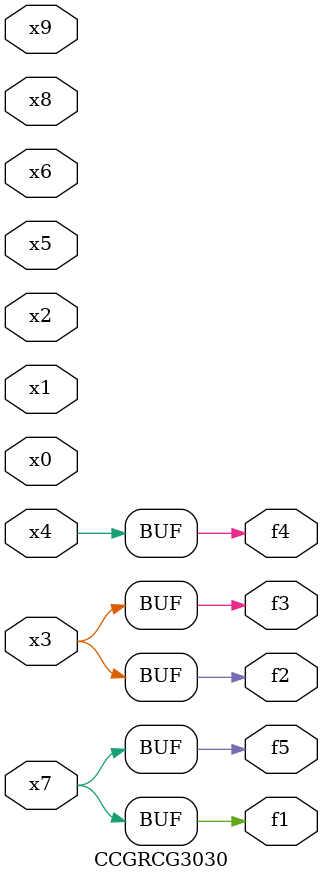
<source format=v>
module CCGRCG3030(
	input x0, x1, x2, x3, x4, x5, x6, x7, x8, x9,
	output f1, f2, f3, f4, f5
);
	assign f1 = x7;
	assign f2 = x3;
	assign f3 = x3;
	assign f4 = x4;
	assign f5 = x7;
endmodule

</source>
